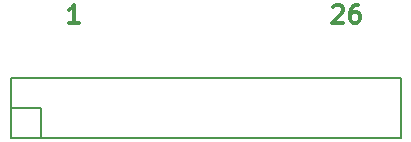
<source format=gto>
G04 #@! TF.FileFunction,Legend,Top*
%FSLAX46Y46*%
G04 Gerber Fmt 4.6, Leading zero omitted, Abs format (unit mm)*
G04 Created by KiCad (PCBNEW (2015-01-02 BZR 5348)-product) date 1/13/2015 10:06:43 PM*
%MOMM*%
G01*
G04 APERTURE LIST*
%ADD10C,0.100000*%
%ADD11C,0.300000*%
%ADD12C,0.150000*%
G04 APERTURE END LIST*
D10*
D11*
X158115143Y-93047429D02*
X158186572Y-92976000D01*
X158329429Y-92904571D01*
X158686572Y-92904571D01*
X158829429Y-92976000D01*
X158900858Y-93047429D01*
X158972286Y-93190286D01*
X158972286Y-93333143D01*
X158900858Y-93547429D01*
X158043715Y-94404571D01*
X158972286Y-94404571D01*
X160258000Y-92904571D02*
X159972286Y-92904571D01*
X159829429Y-92976000D01*
X159758000Y-93047429D01*
X159615143Y-93261714D01*
X159543714Y-93547429D01*
X159543714Y-94118857D01*
X159615143Y-94261714D01*
X159686571Y-94333143D01*
X159829429Y-94404571D01*
X160115143Y-94404571D01*
X160258000Y-94333143D01*
X160329429Y-94261714D01*
X160400857Y-94118857D01*
X160400857Y-93761714D01*
X160329429Y-93618857D01*
X160258000Y-93547429D01*
X160115143Y-93476000D01*
X159829429Y-93476000D01*
X159686571Y-93547429D01*
X159615143Y-93618857D01*
X159543714Y-93761714D01*
X136572572Y-94404571D02*
X135715429Y-94404571D01*
X136144001Y-94404571D02*
X136144001Y-92904571D01*
X136001144Y-93118857D01*
X135858286Y-93261714D01*
X135715429Y-93333143D01*
D12*
X130810000Y-99060000D02*
X163830000Y-99060000D01*
X133350000Y-104140000D02*
X163830000Y-104140000D01*
X163830000Y-99060000D02*
X163830000Y-104140000D01*
X130810000Y-99060000D02*
X130810000Y-101600000D01*
X130810000Y-104140000D02*
X133350000Y-104140000D01*
X130810000Y-101600000D02*
X133350000Y-101600000D01*
X133350000Y-101600000D02*
X133350000Y-104140000D01*
X130810000Y-104140000D02*
X130810000Y-101600000D01*
M02*

</source>
